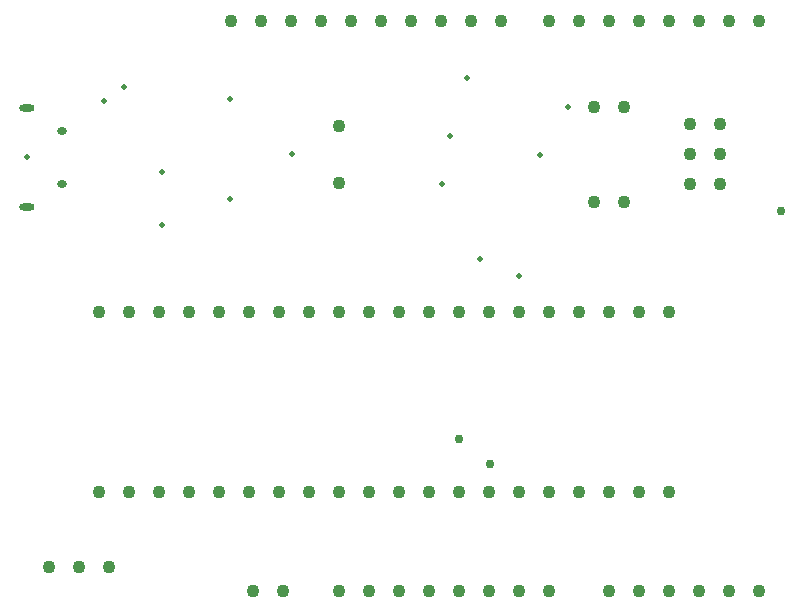
<source format=gbr>
%TF.GenerationSoftware,Altium Limited,Altium Designer,20.2.6 (244)*%
G04 Layer_Color=0*
%FSLAX26Y26*%
%MOIN*%
%TF.SameCoordinates,5A7C1849-F1A5-4743-A48D-7E663CB7BB3B*%
%TF.FilePolarity,Positive*%
%TF.FileFunction,Plated,1,2,PTH,Drill*%
%TF.Part,Single*%
G01*
G75*
%TA.AperFunction,ComponentDrill*%
%ADD58C,0.043307*%
%ADD59C,0.043307*%
%ADD60O,0.033465X0.025591*%
%ADD61O,0.051181X0.023622*%
%TA.AperFunction,ViaDrill,NotFilled*%
%ADD62C,0.019685*%
%ADD63C,0.029528*%
D58*
X816142Y100000D02*
D03*
X916142D02*
D03*
X940000Y2000000D02*
D03*
X1040000D02*
D03*
X1240000D02*
D03*
X1440000D02*
D03*
X1640000D02*
D03*
X1540000D02*
D03*
X1340000D02*
D03*
X1140000D02*
D03*
X840000D02*
D03*
X740000D02*
D03*
X1800000D02*
D03*
X1900000D02*
D03*
X2100000D02*
D03*
X2500000D02*
D03*
X2000000D02*
D03*
X2200000D02*
D03*
X2300000D02*
D03*
X2400000D02*
D03*
X2000000Y100000D02*
D03*
X2100000D02*
D03*
X2300000D02*
D03*
X2500000D02*
D03*
X2400000D02*
D03*
X2200000D02*
D03*
X1300000D02*
D03*
X1800000D02*
D03*
X1400000D02*
D03*
X1200000D02*
D03*
X1100000D02*
D03*
X1500000D02*
D03*
X1600000D02*
D03*
X1700000D02*
D03*
X2050000Y1397638D02*
D03*
X1950000D02*
D03*
Y1712598D02*
D03*
X2050000D02*
D03*
X335000Y180000D02*
D03*
X235000D02*
D03*
X135000D02*
D03*
D59*
X2201968Y1028347D02*
D03*
X2101968D02*
D03*
X2001968D02*
D03*
X1901968D02*
D03*
X1801968D02*
D03*
X1701968D02*
D03*
X1601968D02*
D03*
X1501968D02*
D03*
X1401968D02*
D03*
X1301968D02*
D03*
X1201968D02*
D03*
X1101968D02*
D03*
X1001968D02*
D03*
X901968D02*
D03*
X801968D02*
D03*
X701968D02*
D03*
X601968D02*
D03*
X501969D02*
D03*
X401969D02*
D03*
X301969D02*
D03*
X2201968Y428346D02*
D03*
X2101968D02*
D03*
X2001968D02*
D03*
X1901968D02*
D03*
X1801968D02*
D03*
X1701968D02*
D03*
X1601968D02*
D03*
X1501968D02*
D03*
X1401968D02*
D03*
X1301968D02*
D03*
X1201968D02*
D03*
X1101968D02*
D03*
X1001968D02*
D03*
X901968D02*
D03*
X801968D02*
D03*
X701968D02*
D03*
X601968D02*
D03*
X501969D02*
D03*
X401969D02*
D03*
X301969D02*
D03*
X1102362Y1651181D02*
D03*
Y1459055D02*
D03*
X2372835Y1457480D02*
D03*
X2272835D02*
D03*
X2372835Y1557480D02*
D03*
Y1657480D02*
D03*
X2272835Y1557480D02*
D03*
Y1657480D02*
D03*
D60*
X178740Y1632874D02*
D03*
Y1457677D02*
D03*
D61*
X60630Y1380905D02*
D03*
Y1709646D02*
D03*
D62*
X1771653Y1553150D02*
D03*
X1701968Y1150689D02*
D03*
X1572500Y1205000D02*
D03*
X511811Y1318898D02*
D03*
Y1496063D02*
D03*
X385000Y1780000D02*
D03*
X1865000Y1712598D02*
D03*
X60000Y1545000D02*
D03*
X944882Y1555118D02*
D03*
X1445000Y1455000D02*
D03*
X737520Y1738740D02*
D03*
Y1407480D02*
D03*
X318937Y1732284D02*
D03*
X1527559Y1809646D02*
D03*
X1469685Y1615000D02*
D03*
D63*
X1603484Y521516D02*
D03*
X1500000Y605000D02*
D03*
X2573681Y1365000D02*
D03*
%TF.MD5,29de0aeee8f625d7d4b093004433422c*%
M02*

</source>
